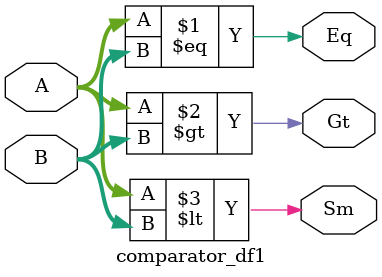
<source format=v>
module comparator_df1(Eq, Gt, Sm, A, B);
    input [3:0] A, B;
    output Eq, Gt, Sm;
    assign Eq = (A == B); 
    assign Gt = (A > B);
    assign Sm = (A < B);
endmodule

</source>
